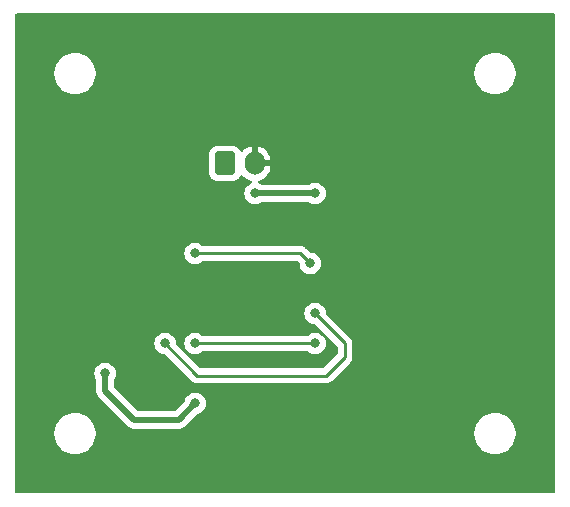
<source format=gbr>
%TF.GenerationSoftware,KiCad,Pcbnew,7.0.8*%
%TF.CreationDate,2023-10-10T13:31:09-07:00*%
%TF.ProjectId,Lab2_555Timer,4c616232-5f35-4353-9554-696d65722e6b,rev?*%
%TF.SameCoordinates,Original*%
%TF.FileFunction,Copper,L2,Bot*%
%TF.FilePolarity,Positive*%
%FSLAX46Y46*%
G04 Gerber Fmt 4.6, Leading zero omitted, Abs format (unit mm)*
G04 Created by KiCad (PCBNEW 7.0.8) date 2023-10-10 13:31:09*
%MOMM*%
%LPD*%
G01*
G04 APERTURE LIST*
G04 Aperture macros list*
%AMRoundRect*
0 Rectangle with rounded corners*
0 $1 Rounding radius*
0 $2 $3 $4 $5 $6 $7 $8 $9 X,Y pos of 4 corners*
0 Add a 4 corners polygon primitive as box body*
4,1,4,$2,$3,$4,$5,$6,$7,$8,$9,$2,$3,0*
0 Add four circle primitives for the rounded corners*
1,1,$1+$1,$2,$3*
1,1,$1+$1,$4,$5*
1,1,$1+$1,$6,$7*
1,1,$1+$1,$8,$9*
0 Add four rect primitives between the rounded corners*
20,1,$1+$1,$2,$3,$4,$5,0*
20,1,$1+$1,$4,$5,$6,$7,0*
20,1,$1+$1,$6,$7,$8,$9,0*
20,1,$1+$1,$8,$9,$2,$3,0*%
G04 Aperture macros list end*
%TA.AperFunction,ComponentPad*%
%ADD10RoundRect,0.250000X-0.600000X-0.750000X0.600000X-0.750000X0.600000X0.750000X-0.600000X0.750000X0*%
%TD*%
%TA.AperFunction,ComponentPad*%
%ADD11O,1.700000X2.000000*%
%TD*%
%TA.AperFunction,ViaPad*%
%ADD12C,0.800000*%
%TD*%
%TA.AperFunction,Conductor*%
%ADD13C,0.250000*%
%TD*%
%TA.AperFunction,Conductor*%
%ADD14C,0.500000*%
%TD*%
G04 APERTURE END LIST*
D10*
%TO.P,J1,1,Pin_1*%
%TO.N,+9V*%
X68580000Y-48260000D03*
D11*
%TO.P,J1,2,Pin_2*%
%TO.N,GND*%
X71080000Y-48260000D03*
%TD*%
D12*
%TO.N,/pin_2*%
X63500000Y-63500000D03*
X76200000Y-60960000D03*
%TO.N,+9V*%
X66040000Y-68580000D03*
X58420000Y-66040000D03*
X71120000Y-50800000D03*
X76200000Y-50800000D03*
%TO.N,/pin_7*%
X66040000Y-55880000D03*
X75793600Y-56718200D03*
%TO.N,/pin_3*%
X66040000Y-63500000D03*
X76200000Y-63500000D03*
%TD*%
D13*
%TO.N,/pin_2*%
X78740000Y-64643000D02*
X78740000Y-63500000D01*
X66217800Y-66217800D02*
X77165200Y-66217800D01*
X77165200Y-66217800D02*
X78740000Y-64643000D01*
X63500000Y-63500000D02*
X66217800Y-66217800D01*
X78740000Y-63500000D02*
X76200000Y-60960000D01*
D14*
%TO.N,+9V*%
X60909200Y-69977000D02*
X58420000Y-67487800D01*
X64643000Y-69977000D02*
X60909200Y-69977000D01*
X66040000Y-68580000D02*
X64643000Y-69977000D01*
X58420000Y-67487800D02*
X58420000Y-66040000D01*
X76200000Y-50800000D02*
X71120000Y-50800000D01*
D13*
%TO.N,/pin_7*%
X74955400Y-55880000D02*
X66040000Y-55880000D01*
X75793600Y-56718200D02*
X74955400Y-55880000D01*
%TO.N,/pin_3*%
X66040000Y-63500000D02*
X76200000Y-63500000D01*
%TD*%
%TA.AperFunction,Conductor*%
%TO.N,GND*%
G36*
X96462539Y-35580185D02*
G01*
X96508294Y-35632989D01*
X96519500Y-35684500D01*
X96519500Y-76075500D01*
X96499815Y-76142539D01*
X96447011Y-76188294D01*
X96395500Y-76199500D01*
X50924500Y-76199500D01*
X50857461Y-76179815D01*
X50811706Y-76127011D01*
X50800500Y-76075500D01*
X50800500Y-71251187D01*
X54129500Y-71251187D01*
X54149794Y-71385823D01*
X54168604Y-71510615D01*
X54168605Y-71510617D01*
X54168606Y-71510623D01*
X54245938Y-71761326D01*
X54359767Y-71997696D01*
X54359768Y-71997697D01*
X54359770Y-71997700D01*
X54359772Y-71997704D01*
X54507567Y-72214479D01*
X54686014Y-72406801D01*
X54686018Y-72406804D01*
X54686019Y-72406805D01*
X54891143Y-72570386D01*
X55118357Y-72701568D01*
X55362584Y-72797420D01*
X55618370Y-72855802D01*
X55618376Y-72855802D01*
X55618379Y-72855803D01*
X55814500Y-72870500D01*
X55814506Y-72870500D01*
X55945500Y-72870500D01*
X56141620Y-72855803D01*
X56141622Y-72855802D01*
X56141630Y-72855802D01*
X56397416Y-72797420D01*
X56641643Y-72701568D01*
X56868857Y-72570386D01*
X57073981Y-72406805D01*
X57252433Y-72214479D01*
X57400228Y-71997704D01*
X57514063Y-71761323D01*
X57591396Y-71510615D01*
X57630499Y-71251187D01*
X89689500Y-71251187D01*
X89709794Y-71385823D01*
X89728604Y-71510615D01*
X89728605Y-71510617D01*
X89728606Y-71510623D01*
X89805938Y-71761326D01*
X89919767Y-71997696D01*
X89919768Y-71997697D01*
X89919770Y-71997700D01*
X89919772Y-71997704D01*
X90067567Y-72214479D01*
X90246014Y-72406801D01*
X90246018Y-72406804D01*
X90246019Y-72406805D01*
X90451143Y-72570386D01*
X90678357Y-72701568D01*
X90922584Y-72797420D01*
X91178370Y-72855802D01*
X91178376Y-72855802D01*
X91178379Y-72855803D01*
X91374500Y-72870500D01*
X91374506Y-72870500D01*
X91505500Y-72870500D01*
X91701620Y-72855803D01*
X91701622Y-72855802D01*
X91701630Y-72855802D01*
X91957416Y-72797420D01*
X92201643Y-72701568D01*
X92428857Y-72570386D01*
X92633981Y-72406805D01*
X92812433Y-72214479D01*
X92960228Y-71997704D01*
X93074063Y-71761323D01*
X93151396Y-71510615D01*
X93190500Y-71251182D01*
X93190500Y-70988818D01*
X93151396Y-70729385D01*
X93074063Y-70478677D01*
X93062121Y-70453880D01*
X92960232Y-70242303D01*
X92960231Y-70242302D01*
X92960230Y-70242301D01*
X92960228Y-70242296D01*
X92812433Y-70025521D01*
X92802441Y-70014753D01*
X92633985Y-69833198D01*
X92594533Y-69801736D01*
X92428857Y-69669614D01*
X92201643Y-69538432D01*
X91957416Y-69442580D01*
X91957411Y-69442578D01*
X91957402Y-69442576D01*
X91739818Y-69392914D01*
X91701630Y-69384198D01*
X91701629Y-69384197D01*
X91701625Y-69384197D01*
X91701620Y-69384196D01*
X91505500Y-69369500D01*
X91505494Y-69369500D01*
X91374506Y-69369500D01*
X91374500Y-69369500D01*
X91178379Y-69384196D01*
X91178374Y-69384197D01*
X90922597Y-69442576D01*
X90922578Y-69442582D01*
X90678356Y-69538432D01*
X90451143Y-69669614D01*
X90246014Y-69833198D01*
X90067567Y-70025520D01*
X89919768Y-70242302D01*
X89919767Y-70242303D01*
X89805938Y-70478673D01*
X89728606Y-70729376D01*
X89728605Y-70729381D01*
X89728604Y-70729385D01*
X89713853Y-70827247D01*
X89689500Y-70988812D01*
X89689500Y-71251187D01*
X57630499Y-71251187D01*
X57630500Y-71251182D01*
X57630500Y-70988818D01*
X57591396Y-70729385D01*
X57514063Y-70478677D01*
X57502121Y-70453880D01*
X57400232Y-70242303D01*
X57400231Y-70242302D01*
X57400230Y-70242301D01*
X57400228Y-70242296D01*
X57252433Y-70025521D01*
X57242441Y-70014753D01*
X57073985Y-69833198D01*
X57034533Y-69801736D01*
X56868857Y-69669614D01*
X56641643Y-69538432D01*
X56397416Y-69442580D01*
X56397411Y-69442578D01*
X56397402Y-69442576D01*
X56179818Y-69392914D01*
X56141630Y-69384198D01*
X56141629Y-69384197D01*
X56141625Y-69384197D01*
X56141620Y-69384196D01*
X55945500Y-69369500D01*
X55945494Y-69369500D01*
X55814506Y-69369500D01*
X55814500Y-69369500D01*
X55618379Y-69384196D01*
X55618374Y-69384197D01*
X55362597Y-69442576D01*
X55362578Y-69442582D01*
X55118356Y-69538432D01*
X54891143Y-69669614D01*
X54686014Y-69833198D01*
X54507567Y-70025520D01*
X54359768Y-70242302D01*
X54359767Y-70242303D01*
X54245938Y-70478673D01*
X54168606Y-70729376D01*
X54168605Y-70729381D01*
X54168604Y-70729385D01*
X54153853Y-70827247D01*
X54129500Y-70988812D01*
X54129500Y-71251187D01*
X50800500Y-71251187D01*
X50800500Y-66040000D01*
X57514540Y-66040000D01*
X57534326Y-66228256D01*
X57534327Y-66228259D01*
X57592818Y-66408277D01*
X57592821Y-66408284D01*
X57652887Y-66512321D01*
X57669500Y-66574321D01*
X57669500Y-67424094D01*
X57668191Y-67442063D01*
X57664710Y-67465825D01*
X57669264Y-67517864D01*
X57669500Y-67523270D01*
X57669500Y-67531509D01*
X57673306Y-67564074D01*
X57680000Y-67640591D01*
X57681461Y-67647667D01*
X57681403Y-67647678D01*
X57683034Y-67655037D01*
X57683092Y-67655024D01*
X57684757Y-67662050D01*
X57711025Y-67734224D01*
X57735185Y-67807131D01*
X57738236Y-67813674D01*
X57738182Y-67813698D01*
X57741470Y-67820488D01*
X57741521Y-67820463D01*
X57744761Y-67826913D01*
X57744762Y-67826914D01*
X57744763Y-67826917D01*
X57786965Y-67891083D01*
X57827287Y-67956455D01*
X57831766Y-67962119D01*
X57831719Y-67962156D01*
X57836482Y-67968002D01*
X57836528Y-67967964D01*
X57841173Y-67973500D01*
X57897018Y-68026186D01*
X60333467Y-70462634D01*
X60345248Y-70476266D01*
X60359590Y-70495530D01*
X60399620Y-70529119D01*
X60403592Y-70532759D01*
X60409423Y-70538590D01*
X60409422Y-70538590D01*
X60431227Y-70555830D01*
X60435144Y-70558927D01*
X60493986Y-70608302D01*
X60493994Y-70608306D01*
X60500024Y-70612273D01*
X60499990Y-70612323D01*
X60506337Y-70616366D01*
X60506369Y-70616316D01*
X60512518Y-70620108D01*
X60512520Y-70620109D01*
X60512523Y-70620111D01*
X60582130Y-70652569D01*
X60650767Y-70687040D01*
X60650776Y-70687042D01*
X60657555Y-70689510D01*
X60657534Y-70689567D01*
X60664651Y-70692040D01*
X60664670Y-70691984D01*
X60671530Y-70694257D01*
X60746732Y-70709784D01*
X60821479Y-70727500D01*
X60821488Y-70727500D01*
X60828652Y-70728338D01*
X60828645Y-70728397D01*
X60836146Y-70729163D01*
X60836152Y-70729104D01*
X60843340Y-70729733D01*
X60843343Y-70729732D01*
X60843344Y-70729733D01*
X60920098Y-70727500D01*
X64579295Y-70727500D01*
X64597265Y-70728809D01*
X64621023Y-70732289D01*
X64673068Y-70727735D01*
X64678470Y-70727500D01*
X64686704Y-70727500D01*
X64686709Y-70727500D01*
X64698327Y-70726141D01*
X64719276Y-70723693D01*
X64732028Y-70722577D01*
X64795797Y-70716999D01*
X64795805Y-70716996D01*
X64802866Y-70715539D01*
X64802878Y-70715598D01*
X64810243Y-70713965D01*
X64810229Y-70713906D01*
X64817246Y-70712241D01*
X64817255Y-70712241D01*
X64889423Y-70685974D01*
X64962334Y-70661814D01*
X64962343Y-70661807D01*
X64968882Y-70658760D01*
X64968908Y-70658816D01*
X64975690Y-70655532D01*
X64975663Y-70655478D01*
X64982106Y-70652240D01*
X64982117Y-70652237D01*
X65046283Y-70610034D01*
X65111656Y-70569712D01*
X65111662Y-70569705D01*
X65117325Y-70565229D01*
X65117362Y-70565277D01*
X65123204Y-70560518D01*
X65123164Y-70560471D01*
X65128686Y-70555836D01*
X65128696Y-70555830D01*
X65153904Y-70529111D01*
X65181386Y-70499982D01*
X66011752Y-69669614D01*
X66192770Y-69488595D01*
X66254091Y-69455112D01*
X66254427Y-69455039D01*
X66319803Y-69441144D01*
X66492730Y-69364151D01*
X66645871Y-69252888D01*
X66772533Y-69112216D01*
X66867179Y-68948284D01*
X66925674Y-68768256D01*
X66945460Y-68580000D01*
X66925674Y-68391744D01*
X66867179Y-68211716D01*
X66772533Y-68047784D01*
X66645871Y-67907112D01*
X66623809Y-67891083D01*
X66492734Y-67795851D01*
X66492729Y-67795848D01*
X66319807Y-67718857D01*
X66319802Y-67718855D01*
X66174001Y-67687865D01*
X66134646Y-67679500D01*
X65945354Y-67679500D01*
X65912897Y-67686398D01*
X65760197Y-67718855D01*
X65760192Y-67718857D01*
X65587270Y-67795848D01*
X65587265Y-67795851D01*
X65434129Y-67907111D01*
X65307466Y-68047785D01*
X65212821Y-68211715D01*
X65212819Y-68211719D01*
X65157479Y-68382039D01*
X65127229Y-68431401D01*
X64368451Y-69190181D01*
X64307128Y-69223666D01*
X64280770Y-69226500D01*
X61271429Y-69226500D01*
X61204390Y-69206815D01*
X61183748Y-69190181D01*
X59206819Y-67213251D01*
X59173334Y-67151928D01*
X59170500Y-67125570D01*
X59170500Y-66574321D01*
X59187113Y-66512321D01*
X59247179Y-66408284D01*
X59305674Y-66228256D01*
X59325460Y-66040000D01*
X59305674Y-65851744D01*
X59247179Y-65671716D01*
X59152533Y-65507784D01*
X59025871Y-65367112D01*
X59025870Y-65367111D01*
X58872734Y-65255851D01*
X58872729Y-65255848D01*
X58699807Y-65178857D01*
X58699802Y-65178855D01*
X58534909Y-65143807D01*
X58514646Y-65139500D01*
X58325354Y-65139500D01*
X58305091Y-65143807D01*
X58140197Y-65178855D01*
X58140192Y-65178857D01*
X57967270Y-65255848D01*
X57967265Y-65255851D01*
X57814129Y-65367111D01*
X57687466Y-65507785D01*
X57592821Y-65671715D01*
X57592818Y-65671722D01*
X57534327Y-65851740D01*
X57534326Y-65851744D01*
X57514540Y-66040000D01*
X50800500Y-66040000D01*
X50800500Y-63500000D01*
X62594540Y-63500000D01*
X62614326Y-63688256D01*
X62614327Y-63688259D01*
X62672818Y-63868277D01*
X62672821Y-63868284D01*
X62767467Y-64032216D01*
X62869185Y-64145185D01*
X62894129Y-64172888D01*
X63047265Y-64284148D01*
X63047270Y-64284151D01*
X63220192Y-64361142D01*
X63220197Y-64361144D01*
X63405354Y-64400500D01*
X63464548Y-64400500D01*
X63531587Y-64420185D01*
X63552229Y-64436819D01*
X65716994Y-66601584D01*
X65726819Y-66613848D01*
X65727040Y-66613666D01*
X65732010Y-66619673D01*
X65732013Y-66619676D01*
X65732014Y-66619677D01*
X65782451Y-66667041D01*
X65803330Y-66687920D01*
X65808804Y-66692166D01*
X65813242Y-66695956D01*
X65847218Y-66727862D01*
X65847222Y-66727864D01*
X65864773Y-66737513D01*
X65881031Y-66748192D01*
X65896864Y-66760474D01*
X65918815Y-66769972D01*
X65939637Y-66778983D01*
X65944881Y-66781552D01*
X65985708Y-66803997D01*
X66005112Y-66808979D01*
X66023510Y-66815278D01*
X66041905Y-66823238D01*
X66087929Y-66830526D01*
X66093632Y-66831707D01*
X66138781Y-66843300D01*
X66158816Y-66843300D01*
X66178213Y-66844826D01*
X66197996Y-66847960D01*
X66244384Y-66843575D01*
X66250222Y-66843300D01*
X77082457Y-66843300D01*
X77098077Y-66845024D01*
X77098104Y-66844739D01*
X77105860Y-66845471D01*
X77105867Y-66845473D01*
X77175014Y-66843300D01*
X77204550Y-66843300D01*
X77211428Y-66842430D01*
X77217241Y-66841972D01*
X77263827Y-66840509D01*
X77283069Y-66834917D01*
X77302112Y-66830974D01*
X77321992Y-66828464D01*
X77365322Y-66811307D01*
X77370846Y-66809417D01*
X77374596Y-66808327D01*
X77415590Y-66796418D01*
X77432829Y-66786222D01*
X77450303Y-66777662D01*
X77468927Y-66770288D01*
X77468927Y-66770287D01*
X77468932Y-66770286D01*
X77506649Y-66742882D01*
X77511505Y-66739692D01*
X77551620Y-66715970D01*
X77565789Y-66701799D01*
X77580579Y-66689168D01*
X77596787Y-66677394D01*
X77626499Y-66641476D01*
X77630412Y-66637176D01*
X79123786Y-65143802D01*
X79136048Y-65133980D01*
X79135865Y-65133759D01*
X79141867Y-65128792D01*
X79141877Y-65128786D01*
X79189241Y-65078348D01*
X79210120Y-65057470D01*
X79214373Y-65051986D01*
X79218150Y-65047563D01*
X79250062Y-65013582D01*
X79259714Y-64996023D01*
X79270389Y-64979772D01*
X79282674Y-64963936D01*
X79301186Y-64921152D01*
X79303742Y-64915935D01*
X79326197Y-64875092D01*
X79331180Y-64855680D01*
X79337477Y-64837291D01*
X79345438Y-64818895D01*
X79352729Y-64772853D01*
X79353908Y-64767162D01*
X79365500Y-64722019D01*
X79365500Y-64701983D01*
X79367027Y-64682582D01*
X79370160Y-64662804D01*
X79365775Y-64616415D01*
X79365500Y-64610577D01*
X79365500Y-63582737D01*
X79367224Y-63567123D01*
X79366938Y-63567096D01*
X79367672Y-63559333D01*
X79365500Y-63490202D01*
X79365500Y-63460651D01*
X79365500Y-63460650D01*
X79364629Y-63453759D01*
X79364172Y-63447945D01*
X79362709Y-63401374D01*
X79362709Y-63401372D01*
X79357120Y-63382137D01*
X79353174Y-63363084D01*
X79350664Y-63343208D01*
X79333501Y-63299859D01*
X79331614Y-63294346D01*
X79318617Y-63249610D01*
X79318616Y-63249608D01*
X79308421Y-63232369D01*
X79299860Y-63214893D01*
X79292486Y-63196269D01*
X79292486Y-63196267D01*
X79282474Y-63182488D01*
X79265083Y-63158550D01*
X79261900Y-63153705D01*
X79238170Y-63113579D01*
X79238165Y-63113573D01*
X79224005Y-63099413D01*
X79211370Y-63084620D01*
X79199593Y-63068412D01*
X79163693Y-63038713D01*
X79159381Y-63034790D01*
X77138960Y-61014369D01*
X77105475Y-60953046D01*
X77103323Y-60939668D01*
X77085674Y-60771744D01*
X77027179Y-60591716D01*
X76932533Y-60427784D01*
X76805871Y-60287112D01*
X76805870Y-60287111D01*
X76652734Y-60175851D01*
X76652729Y-60175848D01*
X76479807Y-60098857D01*
X76479802Y-60098855D01*
X76334001Y-60067865D01*
X76294646Y-60059500D01*
X76105354Y-60059500D01*
X76072897Y-60066398D01*
X75920197Y-60098855D01*
X75920192Y-60098857D01*
X75747270Y-60175848D01*
X75747265Y-60175851D01*
X75594129Y-60287111D01*
X75467466Y-60427785D01*
X75372821Y-60591715D01*
X75372818Y-60591722D01*
X75314327Y-60771740D01*
X75314326Y-60771744D01*
X75294540Y-60960000D01*
X75314326Y-61148256D01*
X75314327Y-61148259D01*
X75372818Y-61328277D01*
X75372821Y-61328284D01*
X75467467Y-61492216D01*
X75594129Y-61632888D01*
X75747265Y-61744148D01*
X75747270Y-61744151D01*
X75920192Y-61821142D01*
X75920197Y-61821144D01*
X76105354Y-61860500D01*
X76164548Y-61860500D01*
X76231587Y-61880185D01*
X76252229Y-61896819D01*
X78078181Y-63722771D01*
X78111666Y-63784094D01*
X78114500Y-63810452D01*
X78114500Y-64332547D01*
X78094815Y-64399586D01*
X78078181Y-64420228D01*
X76942428Y-65555981D01*
X76881105Y-65589466D01*
X76854747Y-65592300D01*
X66528252Y-65592300D01*
X66461213Y-65572615D01*
X66440571Y-65555981D01*
X64438960Y-63554369D01*
X64409272Y-63500000D01*
X65134540Y-63500000D01*
X65154326Y-63688256D01*
X65154327Y-63688259D01*
X65212818Y-63868277D01*
X65212821Y-63868284D01*
X65307467Y-64032216D01*
X65409185Y-64145185D01*
X65434129Y-64172888D01*
X65587265Y-64284148D01*
X65587270Y-64284151D01*
X65760192Y-64361142D01*
X65760197Y-64361144D01*
X65945354Y-64400500D01*
X65945355Y-64400500D01*
X66134644Y-64400500D01*
X66134646Y-64400500D01*
X66319803Y-64361144D01*
X66492730Y-64284151D01*
X66645871Y-64172888D01*
X66648788Y-64169647D01*
X66651600Y-64166526D01*
X66711087Y-64129879D01*
X66743748Y-64125500D01*
X75496252Y-64125500D01*
X75563291Y-64145185D01*
X75588400Y-64166526D01*
X75594126Y-64172885D01*
X75594130Y-64172889D01*
X75747265Y-64284148D01*
X75747270Y-64284151D01*
X75920192Y-64361142D01*
X75920197Y-64361144D01*
X76105354Y-64400500D01*
X76105355Y-64400500D01*
X76294644Y-64400500D01*
X76294646Y-64400500D01*
X76479803Y-64361144D01*
X76652730Y-64284151D01*
X76805871Y-64172888D01*
X76932533Y-64032216D01*
X77027179Y-63868284D01*
X77085674Y-63688256D01*
X77105460Y-63500000D01*
X77085674Y-63311744D01*
X77027179Y-63131716D01*
X76932533Y-62967784D01*
X76805871Y-62827112D01*
X76805870Y-62827111D01*
X76652734Y-62715851D01*
X76652729Y-62715848D01*
X76479807Y-62638857D01*
X76479802Y-62638855D01*
X76334001Y-62607865D01*
X76294646Y-62599500D01*
X76105354Y-62599500D01*
X76072897Y-62606398D01*
X75920197Y-62638855D01*
X75920192Y-62638857D01*
X75747270Y-62715848D01*
X75747265Y-62715851D01*
X75594130Y-62827110D01*
X75594126Y-62827114D01*
X75588400Y-62833474D01*
X75528913Y-62870121D01*
X75496252Y-62874500D01*
X66743748Y-62874500D01*
X66676709Y-62854815D01*
X66651600Y-62833474D01*
X66645873Y-62827114D01*
X66645869Y-62827110D01*
X66492734Y-62715851D01*
X66492729Y-62715848D01*
X66319807Y-62638857D01*
X66319802Y-62638855D01*
X66174001Y-62607865D01*
X66134646Y-62599500D01*
X65945354Y-62599500D01*
X65912897Y-62606398D01*
X65760197Y-62638855D01*
X65760192Y-62638857D01*
X65587270Y-62715848D01*
X65587265Y-62715851D01*
X65434129Y-62827111D01*
X65307466Y-62967785D01*
X65212821Y-63131715D01*
X65212818Y-63131722D01*
X65154327Y-63311740D01*
X65154326Y-63311744D01*
X65134540Y-63500000D01*
X64409272Y-63500000D01*
X64405475Y-63493046D01*
X64403323Y-63479668D01*
X64385674Y-63311744D01*
X64327179Y-63131716D01*
X64232533Y-62967784D01*
X64105871Y-62827112D01*
X64105870Y-62827111D01*
X63952734Y-62715851D01*
X63952729Y-62715848D01*
X63779807Y-62638857D01*
X63779802Y-62638855D01*
X63634001Y-62607865D01*
X63594646Y-62599500D01*
X63405354Y-62599500D01*
X63372897Y-62606398D01*
X63220197Y-62638855D01*
X63220192Y-62638857D01*
X63047270Y-62715848D01*
X63047265Y-62715851D01*
X62894129Y-62827111D01*
X62767466Y-62967785D01*
X62672821Y-63131715D01*
X62672818Y-63131722D01*
X62614327Y-63311740D01*
X62614326Y-63311744D01*
X62594540Y-63500000D01*
X50800500Y-63500000D01*
X50800500Y-55880000D01*
X65134540Y-55880000D01*
X65154326Y-56068256D01*
X65154327Y-56068259D01*
X65212818Y-56248277D01*
X65212821Y-56248284D01*
X65307467Y-56412216D01*
X65413470Y-56529944D01*
X65434129Y-56552888D01*
X65587265Y-56664148D01*
X65587270Y-56664151D01*
X65760192Y-56741142D01*
X65760197Y-56741144D01*
X65945354Y-56780500D01*
X65945355Y-56780500D01*
X66134644Y-56780500D01*
X66134646Y-56780500D01*
X66319803Y-56741144D01*
X66492730Y-56664151D01*
X66645871Y-56552888D01*
X66648788Y-56549647D01*
X66651600Y-56546526D01*
X66711087Y-56509879D01*
X66743748Y-56505500D01*
X74644948Y-56505500D01*
X74711987Y-56525185D01*
X74732623Y-56541814D01*
X74854639Y-56663830D01*
X74888123Y-56725152D01*
X74890278Y-56738548D01*
X74890551Y-56741142D01*
X74907926Y-56906456D01*
X74907927Y-56906459D01*
X74966418Y-57086477D01*
X74966421Y-57086484D01*
X75061067Y-57250416D01*
X75187729Y-57391088D01*
X75340865Y-57502348D01*
X75340870Y-57502351D01*
X75513792Y-57579342D01*
X75513797Y-57579344D01*
X75698954Y-57618700D01*
X75698955Y-57618700D01*
X75888244Y-57618700D01*
X75888246Y-57618700D01*
X76073403Y-57579344D01*
X76246330Y-57502351D01*
X76399471Y-57391088D01*
X76526133Y-57250416D01*
X76620779Y-57086484D01*
X76679274Y-56906456D01*
X76699060Y-56718200D01*
X76679274Y-56529944D01*
X76620779Y-56349916D01*
X76526133Y-56185984D01*
X76399471Y-56045312D01*
X76399470Y-56045311D01*
X76246334Y-55934051D01*
X76246329Y-55934048D01*
X76073407Y-55857057D01*
X76073402Y-55857055D01*
X75927601Y-55826065D01*
X75888246Y-55817700D01*
X75888245Y-55817700D01*
X75829053Y-55817700D01*
X75762014Y-55798015D01*
X75741372Y-55781381D01*
X75456203Y-55496212D01*
X75446380Y-55483950D01*
X75446159Y-55484134D01*
X75441186Y-55478123D01*
X75390764Y-55430773D01*
X75380319Y-55420328D01*
X75369875Y-55409883D01*
X75364386Y-55405625D01*
X75359961Y-55401847D01*
X75325982Y-55369938D01*
X75325980Y-55369936D01*
X75325977Y-55369935D01*
X75308429Y-55360288D01*
X75292163Y-55349604D01*
X75276333Y-55337325D01*
X75233568Y-55318818D01*
X75228322Y-55316248D01*
X75187493Y-55293803D01*
X75187492Y-55293802D01*
X75168093Y-55288822D01*
X75149681Y-55282518D01*
X75131298Y-55274562D01*
X75131292Y-55274560D01*
X75085274Y-55267272D01*
X75079552Y-55266087D01*
X75034421Y-55254500D01*
X75034419Y-55254500D01*
X75014384Y-55254500D01*
X74994986Y-55252973D01*
X74987562Y-55251797D01*
X74975205Y-55249840D01*
X74975204Y-55249840D01*
X74928816Y-55254225D01*
X74922978Y-55254500D01*
X66743748Y-55254500D01*
X66676709Y-55234815D01*
X66651600Y-55213474D01*
X66645873Y-55207114D01*
X66645869Y-55207110D01*
X66492734Y-55095851D01*
X66492729Y-55095848D01*
X66319807Y-55018857D01*
X66319802Y-55018855D01*
X66174001Y-54987865D01*
X66134646Y-54979500D01*
X65945354Y-54979500D01*
X65912897Y-54986398D01*
X65760197Y-55018855D01*
X65760192Y-55018857D01*
X65587270Y-55095848D01*
X65587265Y-55095851D01*
X65434129Y-55207111D01*
X65307466Y-55347785D01*
X65212821Y-55511715D01*
X65212818Y-55511722D01*
X65154327Y-55691740D01*
X65154326Y-55691744D01*
X65134540Y-55880000D01*
X50800500Y-55880000D01*
X50800500Y-49060001D01*
X67229500Y-49060001D01*
X67229501Y-49060018D01*
X67240000Y-49162796D01*
X67240001Y-49162799D01*
X67274031Y-49265494D01*
X67295186Y-49329334D01*
X67387288Y-49478656D01*
X67511344Y-49602712D01*
X67660666Y-49694814D01*
X67827203Y-49749999D01*
X67929991Y-49760500D01*
X69230008Y-49760499D01*
X69332797Y-49749999D01*
X69499334Y-49694814D01*
X69648656Y-49602712D01*
X69772712Y-49478656D01*
X69864814Y-49329334D01*
X69864814Y-49329333D01*
X69868448Y-49323442D01*
X69920396Y-49276717D01*
X69989358Y-49265494D01*
X70053441Y-49293337D01*
X70061668Y-49300856D01*
X70208921Y-49448108D01*
X70402421Y-49583600D01*
X70616507Y-49683429D01*
X70616516Y-49683433D01*
X70776071Y-49726185D01*
X70835732Y-49762550D01*
X70866261Y-49825396D01*
X70857967Y-49894772D01*
X70813481Y-49948650D01*
X70794415Y-49959239D01*
X70667267Y-50015850D01*
X70667265Y-50015851D01*
X70514129Y-50127111D01*
X70387466Y-50267785D01*
X70292821Y-50431715D01*
X70292818Y-50431722D01*
X70234327Y-50611740D01*
X70234326Y-50611744D01*
X70214540Y-50800000D01*
X70234326Y-50988256D01*
X70234327Y-50988259D01*
X70292818Y-51168277D01*
X70292821Y-51168284D01*
X70387467Y-51332216D01*
X70514129Y-51472888D01*
X70667265Y-51584148D01*
X70667270Y-51584151D01*
X70840192Y-51661142D01*
X70840197Y-51661144D01*
X71025354Y-51700500D01*
X71025355Y-51700500D01*
X71214644Y-51700500D01*
X71214646Y-51700500D01*
X71399803Y-51661144D01*
X71572730Y-51584151D01*
X71574776Y-51582664D01*
X71586452Y-51574182D01*
X71652258Y-51550702D01*
X71659337Y-51550500D01*
X75660663Y-51550500D01*
X75727702Y-51570185D01*
X75733548Y-51574182D01*
X75747265Y-51584148D01*
X75747270Y-51584151D01*
X75920192Y-51661142D01*
X75920197Y-51661144D01*
X76105354Y-51700500D01*
X76105355Y-51700500D01*
X76294644Y-51700500D01*
X76294646Y-51700500D01*
X76479803Y-51661144D01*
X76652730Y-51584151D01*
X76805871Y-51472888D01*
X76932533Y-51332216D01*
X77027179Y-51168284D01*
X77085674Y-50988256D01*
X77105460Y-50800000D01*
X77085674Y-50611744D01*
X77027179Y-50431716D01*
X76932533Y-50267784D01*
X76805871Y-50127112D01*
X76805870Y-50127111D01*
X76652734Y-50015851D01*
X76652729Y-50015848D01*
X76479807Y-49938857D01*
X76479802Y-49938855D01*
X76334001Y-49907865D01*
X76294646Y-49899500D01*
X76105354Y-49899500D01*
X76072897Y-49906398D01*
X75920197Y-49938855D01*
X75920192Y-49938857D01*
X75747270Y-50015848D01*
X75747265Y-50015851D01*
X75733548Y-50025818D01*
X75667742Y-50049298D01*
X75660663Y-50049500D01*
X71659337Y-50049500D01*
X71592298Y-50029815D01*
X71586452Y-50025818D01*
X71572734Y-50015851D01*
X71572729Y-50015848D01*
X71415529Y-49945857D01*
X71362292Y-49900607D01*
X71341971Y-49833757D01*
X71361017Y-49766534D01*
X71413383Y-49720279D01*
X71433872Y-49712803D01*
X71543483Y-49683433D01*
X71543492Y-49683429D01*
X71757577Y-49583600D01*
X71757579Y-49583599D01*
X71951073Y-49448113D01*
X71951079Y-49448108D01*
X72118108Y-49281079D01*
X72118113Y-49281073D01*
X72253599Y-49087579D01*
X72253600Y-49087577D01*
X72353429Y-48873492D01*
X72353433Y-48873483D01*
X72414567Y-48645326D01*
X72414569Y-48645315D01*
X72426407Y-48510000D01*
X71513686Y-48510000D01*
X71539493Y-48469844D01*
X71580000Y-48331889D01*
X71580000Y-48188111D01*
X71539493Y-48050156D01*
X71513686Y-48010000D01*
X72426407Y-48010000D01*
X72426407Y-48009999D01*
X72414569Y-47874684D01*
X72414567Y-47874673D01*
X72353433Y-47646516D01*
X72353429Y-47646507D01*
X72253600Y-47432422D01*
X72253599Y-47432420D01*
X72118113Y-47238926D01*
X72118108Y-47238920D01*
X71951082Y-47071894D01*
X71757578Y-46936399D01*
X71543492Y-46836570D01*
X71543486Y-46836567D01*
X71330000Y-46779364D01*
X71330000Y-47824498D01*
X71222315Y-47775320D01*
X71115763Y-47760000D01*
X71044237Y-47760000D01*
X70937685Y-47775320D01*
X70830000Y-47824498D01*
X70830000Y-46779364D01*
X70829999Y-46779364D01*
X70616513Y-46836567D01*
X70616507Y-46836570D01*
X70402422Y-46936399D01*
X70402420Y-46936400D01*
X70208926Y-47071886D01*
X70061668Y-47219144D01*
X70000345Y-47252628D01*
X69930653Y-47247644D01*
X69874720Y-47205772D01*
X69868448Y-47196558D01*
X69772712Y-47041344D01*
X69648657Y-46917289D01*
X69648656Y-46917288D01*
X69499334Y-46825186D01*
X69332797Y-46770001D01*
X69332795Y-46770000D01*
X69230010Y-46759500D01*
X67929998Y-46759500D01*
X67929981Y-46759501D01*
X67827203Y-46770000D01*
X67827200Y-46770001D01*
X67660668Y-46825185D01*
X67660663Y-46825187D01*
X67511342Y-46917289D01*
X67387289Y-47041342D01*
X67295187Y-47190663D01*
X67295185Y-47190668D01*
X67290180Y-47205772D01*
X67240001Y-47357203D01*
X67240001Y-47357204D01*
X67240000Y-47357204D01*
X67229500Y-47459983D01*
X67229500Y-49060001D01*
X50800500Y-49060001D01*
X50800500Y-40771187D01*
X54129500Y-40771187D01*
X54149794Y-40905823D01*
X54168604Y-41030615D01*
X54168605Y-41030617D01*
X54168606Y-41030623D01*
X54245938Y-41281326D01*
X54359767Y-41517696D01*
X54359768Y-41517697D01*
X54359770Y-41517700D01*
X54359772Y-41517704D01*
X54507567Y-41734479D01*
X54686014Y-41926801D01*
X54686018Y-41926804D01*
X54686019Y-41926805D01*
X54891143Y-42090386D01*
X55118357Y-42221568D01*
X55362584Y-42317420D01*
X55618370Y-42375802D01*
X55618376Y-42375802D01*
X55618379Y-42375803D01*
X55814500Y-42390500D01*
X55814506Y-42390500D01*
X55945500Y-42390500D01*
X56141620Y-42375803D01*
X56141622Y-42375802D01*
X56141630Y-42375802D01*
X56397416Y-42317420D01*
X56641643Y-42221568D01*
X56868857Y-42090386D01*
X57073981Y-41926805D01*
X57252433Y-41734479D01*
X57400228Y-41517704D01*
X57514063Y-41281323D01*
X57591396Y-41030615D01*
X57630499Y-40771187D01*
X89689500Y-40771187D01*
X89709794Y-40905823D01*
X89728604Y-41030615D01*
X89728605Y-41030617D01*
X89728606Y-41030623D01*
X89805938Y-41281326D01*
X89919767Y-41517696D01*
X89919768Y-41517697D01*
X89919770Y-41517700D01*
X89919772Y-41517704D01*
X90067567Y-41734479D01*
X90246014Y-41926801D01*
X90246018Y-41926804D01*
X90246019Y-41926805D01*
X90451143Y-42090386D01*
X90678357Y-42221568D01*
X90922584Y-42317420D01*
X91178370Y-42375802D01*
X91178376Y-42375802D01*
X91178379Y-42375803D01*
X91374500Y-42390500D01*
X91374506Y-42390500D01*
X91505500Y-42390500D01*
X91701620Y-42375803D01*
X91701622Y-42375802D01*
X91701630Y-42375802D01*
X91957416Y-42317420D01*
X92201643Y-42221568D01*
X92428857Y-42090386D01*
X92633981Y-41926805D01*
X92812433Y-41734479D01*
X92960228Y-41517704D01*
X93074063Y-41281323D01*
X93151396Y-41030615D01*
X93190500Y-40771182D01*
X93190500Y-40508818D01*
X93151396Y-40249385D01*
X93074063Y-39998677D01*
X93062121Y-39973880D01*
X92960232Y-39762303D01*
X92960231Y-39762302D01*
X92960230Y-39762301D01*
X92960228Y-39762296D01*
X92812433Y-39545521D01*
X92802441Y-39534753D01*
X92633985Y-39353198D01*
X92594533Y-39321736D01*
X92428857Y-39189614D01*
X92201643Y-39058432D01*
X91957416Y-38962580D01*
X91957411Y-38962578D01*
X91957402Y-38962576D01*
X91739818Y-38912914D01*
X91701630Y-38904198D01*
X91701629Y-38904197D01*
X91701625Y-38904197D01*
X91701620Y-38904196D01*
X91505500Y-38889500D01*
X91505494Y-38889500D01*
X91374506Y-38889500D01*
X91374500Y-38889500D01*
X91178379Y-38904196D01*
X91178374Y-38904197D01*
X90922597Y-38962576D01*
X90922578Y-38962582D01*
X90678356Y-39058432D01*
X90451143Y-39189614D01*
X90246014Y-39353198D01*
X90067567Y-39545520D01*
X89919768Y-39762302D01*
X89919767Y-39762303D01*
X89805938Y-39998673D01*
X89728606Y-40249376D01*
X89728605Y-40249381D01*
X89728604Y-40249385D01*
X89713853Y-40347247D01*
X89689500Y-40508812D01*
X89689500Y-40771187D01*
X57630499Y-40771187D01*
X57630500Y-40771182D01*
X57630500Y-40508818D01*
X57591396Y-40249385D01*
X57514063Y-39998677D01*
X57502121Y-39973880D01*
X57400232Y-39762303D01*
X57400231Y-39762302D01*
X57400230Y-39762301D01*
X57400228Y-39762296D01*
X57252433Y-39545521D01*
X57242441Y-39534753D01*
X57073985Y-39353198D01*
X57034533Y-39321736D01*
X56868857Y-39189614D01*
X56641643Y-39058432D01*
X56397416Y-38962580D01*
X56397411Y-38962578D01*
X56397402Y-38962576D01*
X56179818Y-38912914D01*
X56141630Y-38904198D01*
X56141629Y-38904197D01*
X56141625Y-38904197D01*
X56141620Y-38904196D01*
X55945500Y-38889500D01*
X55945494Y-38889500D01*
X55814506Y-38889500D01*
X55814500Y-38889500D01*
X55618379Y-38904196D01*
X55618374Y-38904197D01*
X55362597Y-38962576D01*
X55362578Y-38962582D01*
X55118356Y-39058432D01*
X54891143Y-39189614D01*
X54686014Y-39353198D01*
X54507567Y-39545520D01*
X54359768Y-39762302D01*
X54359767Y-39762303D01*
X54245938Y-39998673D01*
X54168606Y-40249376D01*
X54168605Y-40249381D01*
X54168604Y-40249385D01*
X54153853Y-40347247D01*
X54129500Y-40508812D01*
X54129500Y-40771187D01*
X50800500Y-40771187D01*
X50800500Y-35684500D01*
X50820185Y-35617461D01*
X50872989Y-35571706D01*
X50924500Y-35560500D01*
X96395500Y-35560500D01*
X96462539Y-35580185D01*
G37*
%TD.AperFunction*%
%TD*%
M02*

</source>
